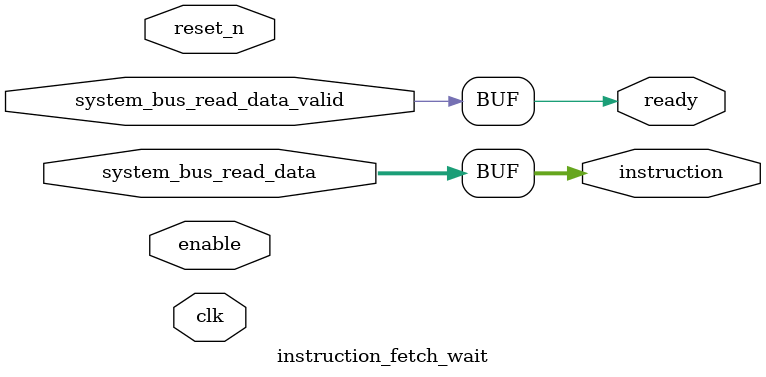
<source format=sv>
`default_nettype none

module instruction_fetch_wait(
    input reset_n,
    input clk,

    output ready,
    input enable,

    output [31:0] instruction,

    input [31:0] system_bus_read_data,
    input system_bus_read_data_valid);

    assign instruction = system_bus_read_data;

    assign ready = system_bus_read_data_valid;

endmodule

</source>
